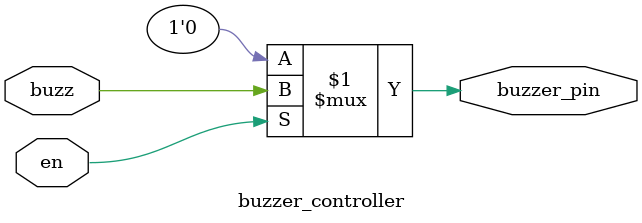
<source format=v>
module buzzer_controller (
	en, 
	buzz, 
	buzzer_pin
);	
	input en;
	
	input buzz;
	
	output buzzer_pin;
	
	assign buzzer_pin = en ? buzz : 1'b0;
endmodule
</source>
